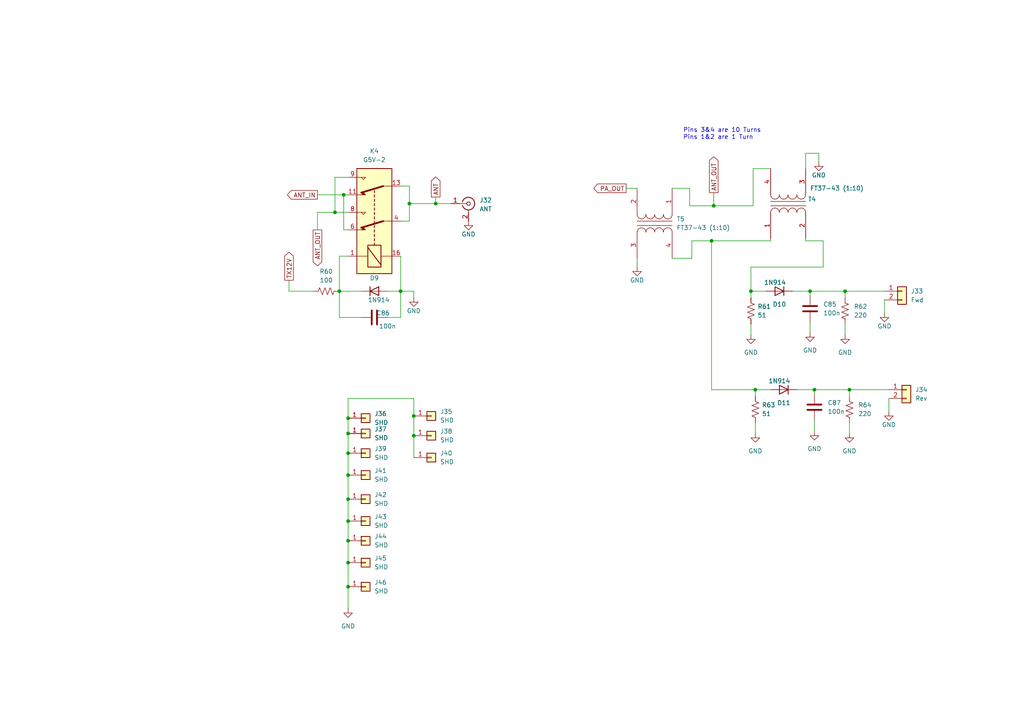
<source format=kicad_sch>
(kicad_sch (version 20211123) (generator eeschema)
  (paper "A4")
  (lib_symbols
    (symbol "Connector:Conn_Coaxial" (pin_names (offset 1.016) hide)
      (property "Reference" "J" (at 0.254 3.048 0))
      (property "Value" "Conn_Coaxial" (at 2.921 0 90))
      (symbol "Conn_Coaxial_0_1"
        (arc (start -1.778 -0.508) (mid 0.2311 -1.8066) (end 1.778 0) (stroke (width 0.254)))
        (polyline (pts (xy -2.54 0) (xy -0.508 0)))
        (polyline (pts (xy 0 -2.54) (xy 0 -1.778)))
        (circle (center 0 0) (radius 0.508) (stroke (width 0.2032)))
        (arc (start 1.778 0) (mid 0.2099 1.8101) (end -1.778 0.508) (stroke (width 0.254)))
      )
      (symbol "Conn_Coaxial_1_1"
        (pin passive line (at -5.08 0 0) (length 2.54) (name "In") (number "1"))
        (pin passive line (at 0 -5.08 90) (length 2.54) (name "Ext") (number "2"))
      )
    )
    (symbol "Connector_Generic:Conn_01x01" (pin_names (offset 1.016) hide)
      (property "Reference" "J" (at 0 2.54 0))
      (property "Value" "Conn_01x01" (at 0 -2.54 0))
      (symbol "Conn_01x01_1_1"
        (rectangle (start -1.27 0.127) (end 0 -0.127) (stroke (width 0.1524)))
        (rectangle (start -1.27 1.27) (end 1.27 -1.27) (stroke (width 0.254)) (fill (type background)))
        (pin passive line (at -5.08 0 0) (length 3.81) (name "Pin_1") (number "1"))
      )
    )
    (symbol "Connector_Generic:Conn_01x02" (pin_names (offset 1.016) hide)
      (property "Reference" "J" (at 0 2.54 0))
      (property "Value" "Conn_01x02" (at 0 -5.08 0))
      (symbol "Conn_01x02_1_1"
        (rectangle (start -1.27 -2.413) (end 0 -2.667) (stroke (width 0.1524)))
        (rectangle (start -1.27 0.127) (end 0 -0.127) (stroke (width 0.1524)))
        (rectangle (start -1.27 1.27) (end 1.27 -3.81) (stroke (width 0.254)) (fill (type background)))
        (pin passive line (at -5.08 0 0) (length 3.81) (name "Pin_1") (number "1"))
        (pin passive line (at -5.08 -2.54 0) (length 3.81) (name "Pin_2") (number "2"))
      )
    )
    (symbol "Device:C" (pin_numbers hide) (pin_names (offset 0.254))
      (property "Reference" "C" (at 0.635 2.54 0))
      (property "Value" "C" (at 0.635 -2.54 0))
      (symbol "C_0_1"
        (polyline (pts (xy -2.032 -0.762) (xy 2.032 -0.762)) (stroke (width 0.508)))
        (polyline (pts (xy -2.032 0.762) (xy 2.032 0.762)) (stroke (width 0.508)))
      )
      (symbol "C_1_1"
        (pin passive line (at 0 3.81 270) (length 2.794) (name "~") (number "1"))
        (pin passive line (at 0 -3.81 90) (length 2.794) (name "~") (number "2"))
      )
    )
    (symbol "Device:R_US" (pin_numbers hide) (pin_names (offset 0))
      (property "Reference" "R" (at 2.54 0 90))
      (property "Value" "R_US" (at -2.54 0 90))
      (symbol "R_US_0_1"
        (polyline (pts (xy 0 -2.286) (xy 0 -2.54)))
        (polyline (pts (xy 0 2.286) (xy 0 2.54)))
        (polyline (pts (xy 0 -0.762) (xy 1.016 -1.143) (xy 0 -1.524) (xy -1.016 -1.905) (xy 0 -2.286)))
        (polyline (pts (xy 0 0.762) (xy 1.016 0.381) (xy 0 0) (xy -1.016 -0.381) (xy 0 -0.762)))
        (polyline (pts (xy 0 2.286) (xy 1.016 1.905) (xy 0 1.524) (xy -1.016 1.143) (xy 0 0.762)))
      )
      (symbol "R_US_1_1"
        (pin passive line (at 0 3.81 270) (length 1.27) (name "~") (number "1"))
        (pin passive line (at 0 -3.81 90) (length 1.27) (name "~") (number "2"))
      )
    )
    (symbol "Device:Transformer_1P_1S" (pin_names (offset 1.016) hide)
      (property "Reference" "T" (at 0 6.35 0))
      (property "Value" "Transformer_1P_1S" (at 0 -7.62 0))
      (symbol "Transformer_1P_1S_0_1"
        (arc (start -2.54 -5.0546) (mid -1.6599 -4.6901) (end -1.27 -3.81))
        (arc (start -2.54 -2.5146) (mid -1.6599 -2.1501) (end -1.27 -1.27))
        (arc (start -2.54 0.0254) (mid -1.6599 0.3899) (end -1.27 1.27))
        (arc (start -2.54 2.5654) (mid -1.6599 2.9299) (end -1.27 3.81))
        (arc (start -1.27 -3.81) (mid -1.642 -2.912) (end -2.54 -2.54))
        (arc (start -1.27 -1.27) (mid -1.642 -0.372) (end -2.54 0))
        (arc (start -1.27 1.27) (mid -1.642 2.168) (end -2.54 2.54))
        (arc (start -1.27 3.81) (mid -1.642 4.708) (end -2.54 5.08))
        (polyline (pts (xy -0.635 5.08) (xy -0.635 -5.08)))
        (polyline (pts (xy 0.635 -5.08) (xy 0.635 5.08)))
        (arc (start 1.2954 -1.27) (mid 1.6599 -2.1501) (end 2.54 -2.5146))
        (arc (start 1.2954 1.27) (mid 1.6599 0.3899) (end 2.54 0.0254))
        (arc (start 1.2954 3.81) (mid 1.6599 2.9299) (end 2.54 2.5654))
        (arc (start 1.3208 -3.81) (mid 1.6853 -4.6901) (end 2.5654 -5.0546))
        (arc (start 2.54 0) (mid 1.642 -0.372) (end 1.2954 -1.27))
        (arc (start 2.54 2.54) (mid 1.642 2.168) (end 1.2954 1.27))
        (arc (start 2.54 5.08) (mid 1.642 4.708) (end 1.2954 3.81))
        (arc (start 2.5654 -2.54) (mid 1.6674 -2.912) (end 1.3208 -3.81))
      )
      (symbol "Transformer_1P_1S_1_1"
        (pin passive line (at -10.16 5.08 0) (length 7.62) (name "AA") (number "1"))
        (pin passive line (at -10.16 -5.08 0) (length 7.62) (name "AB") (number "2"))
        (pin passive line (at 10.16 -5.08 180) (length 7.62) (name "SA") (number "3"))
        (pin passive line (at 10.16 5.08 180) (length 7.62) (name "SB") (number "4"))
      )
    )
    (symbol "Diode:1N914" (pin_numbers hide) (pin_names (offset 1.016) hide)
      (property "Reference" "D" (at 0 2.54 0))
      (property "Value" "1N914" (at 0 -2.54 0))
      (symbol "1N914_0_1"
        (polyline (pts (xy -1.27 1.27) (xy -1.27 -1.27)) (stroke (width 0.254)))
        (polyline (pts (xy 1.27 0) (xy -1.27 0)))
        (polyline (pts (xy 1.27 1.27) (xy 1.27 -1.27) (xy -1.27 0) (xy 1.27 1.27)) (stroke (width 0.254)))
      )
      (symbol "1N914_1_1"
        (pin passive line (at -3.81 0 0) (length 2.54) (name "K") (number "1"))
        (pin passive line (at 3.81 0 180) (length 2.54) (name "A") (number "2"))
      )
    )
    (symbol "Relay:G5V-2"
      (property "Reference" "K" (at 16.51 3.81 0))
      (property "Value" "G5V-2" (at 16.51 1.27 0))
      (symbol "G5V-2_0_1"
        (rectangle (start -15.24 5.08) (end 15.24 -5.08) (stroke (width 0.254)) (fill (type background)))
        (rectangle (start -13.335 1.905) (end -6.985 -1.905) (stroke (width 0.254)))
        (polyline (pts (xy -12.7 -1.905) (xy -7.62 1.905)) (stroke (width 0.254)))
        (polyline (pts (xy -10.16 -5.08) (xy -10.16 -1.905)))
        (polyline (pts (xy -10.16 5.08) (xy -10.16 1.905)))
        (polyline (pts (xy -6.985 0) (xy -6.35 0)) (stroke (width 0.254)))
        (polyline (pts (xy -5.715 0) (xy -5.08 0)) (stroke (width 0.254)))
        (polyline (pts (xy -4.445 0) (xy -3.81 0)) (stroke (width 0.254)))
        (polyline (pts (xy -3.175 0) (xy -2.54 0)) (stroke (width 0.254)))
        (polyline (pts (xy -1.905 0) (xy -1.27 0)) (stroke (width 0.254)))
        (polyline (pts (xy -0.635 0) (xy 0 0)) (stroke (width 0.254)))
        (polyline (pts (xy 0 -2.54) (xy -1.905 3.81)) (stroke (width 0.508)))
        (polyline (pts (xy 0 -2.54) (xy 0 -5.08)))
        (polyline (pts (xy 0.635 0) (xy 1.27 0)) (stroke (width 0.254)))
        (polyline (pts (xy 1.905 0) (xy 2.54 0)) (stroke (width 0.254)))
        (polyline (pts (xy 3.175 0) (xy 3.81 0)) (stroke (width 0.254)))
        (polyline (pts (xy 4.445 0) (xy 5.08 0)) (stroke (width 0.254)))
        (polyline (pts (xy 5.715 0) (xy 6.35 0)) (stroke (width 0.254)))
        (polyline (pts (xy 6.985 0) (xy 7.62 0)) (stroke (width 0.254)))
        (polyline (pts (xy 8.255 0) (xy 8.89 0)) (stroke (width 0.254)))
        (polyline (pts (xy 10.16 -2.54) (xy 8.255 3.81)) (stroke (width 0.508)))
        (polyline (pts (xy 10.16 -2.54) (xy 10.16 -5.08)))
        (polyline (pts (xy -2.54 5.08) (xy -2.54 2.54) (xy -1.905 3.175) (xy -2.54 3.81)) (fill (type outline)))
        (polyline (pts (xy 2.54 5.08) (xy 2.54 2.54) (xy 1.905 3.175) (xy 2.54 3.81)))
        (polyline (pts (xy 7.62 5.08) (xy 7.62 2.54) (xy 8.255 3.175) (xy 7.62 3.81)) (fill (type outline)))
        (polyline (pts (xy 12.7 5.08) (xy 12.7 2.54) (xy 12.065 3.175) (xy 12.7 3.81)))
      )
      (symbol "G5V-2_1_1"
        (pin passive line (at -10.16 7.62 270) (length 2.54) (name "~") (number "1"))
        (pin passive line (at 7.62 7.62 270) (length 2.54) (name "~") (number "11"))
        (pin passive line (at 10.16 -7.62 90) (length 2.54) (name "~") (number "13"))
        (pin passive line (at -10.16 -7.62 90) (length 2.54) (name "~") (number "16"))
        (pin passive line (at 0 -7.62 90) (length 2.54) (name "~") (number "4"))
        (pin passive line (at -2.54 7.62 270) (length 2.54) (name "~") (number "6"))
        (pin passive line (at 2.54 7.62 270) (length 2.54) (name "~") (number "8"))
        (pin passive line (at 12.7 7.62 270) (length 2.54) (name "~") (number "9"))
      )
    )
    (symbol "power:GND" (power) (pin_names (offset 0))
      (property "Value" "GND" (at 0 -3.81 0))
      (symbol "GND_0_1"
        (polyline (pts (xy 0 0) (xy 0 -1.27) (xy 1.27 -1.27) (xy 0 -2.54) (xy -1.27 -1.27) (xy 0 -1.27)))
      )
      (symbol "GND_1_1"
        (pin power_in line (at 0 0 270) (length 0) hide (name "GND") (number "1"))
      )
    )
  )
  (junction (at 120.015 120.65))
  (junction (at 120.015 126.365))
  (junction (at 116.205 84.455))
  (junction (at 126.365 59.055))
  (junction (at 99.695 56.515))
  (junction (at 98.425 84.455))
  (junction (at 100.965 131.445))
  (junction (at 100.965 156.845))
  (junction (at 100.965 170.18))
  (junction (at 206.375 69.85))
  (junction (at 118.745 59.055))
  (junction (at 234.95 84.455))
  (junction (at 100.965 137.795))
  (junction (at 100.965 121.285))
  (junction (at 236.22 113.03))
  (junction (at 100.965 144.78))
  (junction (at 100.965 125.73))
  (junction (at 245.11 84.455))
  (junction (at 219.075 113.03))
  (junction (at 97.155 61.595))
  (junction (at 100.965 163.195))
  (junction (at 217.805 84.455))
  (junction (at 207.01 59.69))
  (junction (at 100.965 151.13))
  (junction (at 246.38 113.03))
  (wire (pts (xy 120.015 120.65) (xy 120.015 126.365)))
  (wire (pts (xy 100.965 156.845) (xy 100.965 163.195)))
  (wire (pts (xy 206.375 113.03) (xy 219.075 113.03)))
  (wire (pts (xy 92.075 56.515) (xy 99.695 56.515)))
  (wire (pts (xy 200.66 74.93) (xy 200.66 69.85)))
  (wire (pts (xy 99.695 56.515) (xy 100.965 56.515)))
  (wire (pts (xy 100.965 51.435) (xy 97.155 51.435)))
  (wire (pts (xy 100.965 163.195) (xy 100.965 170.18)))
  (wire (pts (xy 229.87 84.455) (xy 234.95 84.455)))
  (wire (pts (xy 245.11 97.155) (xy 245.11 93.98)))
  (wire (pts (xy 184.785 74.93) (xy 184.785 77.47)))
  (wire (pts (xy 234.95 84.455) (xy 234.95 85.725)))
  (wire (pts (xy 116.205 84.455) (xy 116.205 92.075)))
  (wire (pts (xy 126.365 59.055) (xy 118.745 59.055)))
  (wire (pts (xy 92.075 61.595) (xy 92.075 66.675)))
  (wire (pts (xy 246.38 125.73) (xy 246.38 122.555)))
  (wire (pts (xy 120.015 115.57) (xy 120.015 120.65)))
  (wire (pts (xy 194.945 74.93) (xy 200.66 74.93)))
  (wire (pts (xy 238.76 77.47) (xy 217.805 77.47)))
  (wire (pts (xy 100.965 121.285) (xy 100.965 125.73)))
  (wire (pts (xy 97.155 61.595) (xy 92.075 61.595)))
  (wire (pts (xy 257.81 115.57) (xy 257.81 119.38)))
  (wire (pts (xy 126.365 57.15) (xy 126.365 59.055)))
  (wire (pts (xy 100.965 144.78) (xy 100.965 151.13)))
  (wire (pts (xy 207.01 55.88) (xy 207.01 59.69)))
  (wire (pts (xy 207.01 59.69) (xy 218.44 59.69)))
  (wire (pts (xy 219.075 113.03) (xy 223.52 113.03)))
  (wire (pts (xy 99.695 56.515) (xy 99.695 66.675)))
  (wire (pts (xy 218.44 48.895) (xy 218.44 59.69)))
  (wire (pts (xy 100.965 125.73) (xy 100.965 131.445)))
  (wire (pts (xy 99.695 66.675) (xy 100.965 66.675)))
  (wire (pts (xy 112.395 84.455) (xy 116.205 84.455)))
  (wire (pts (xy 217.805 84.455) (xy 222.25 84.455)))
  (wire (pts (xy 100.965 137.795) (xy 100.965 144.78)))
  (wire (pts (xy 116.205 84.455) (xy 120.015 84.455)))
  (wire (pts (xy 233.68 69.215) (xy 233.68 69.85)))
  (wire (pts (xy 236.22 113.03) (xy 246.38 113.03)))
  (wire (pts (xy 100.965 176.53) (xy 100.965 170.18)))
  (wire (pts (xy 100.965 61.595) (xy 97.155 61.595)))
  (wire (pts (xy 238.76 69.85) (xy 238.76 77.47)))
  (wire (pts (xy 83.82 84.455) (xy 90.805 84.455)))
  (wire (pts (xy 246.38 113.03) (xy 246.38 114.935)))
  (wire (pts (xy 194.945 54.61) (xy 200.025 54.61)))
  (wire (pts (xy 100.965 131.445) (xy 100.965 137.795)))
  (wire (pts (xy 200.025 59.69) (xy 207.01 59.69)))
  (wire (pts (xy 97.155 51.435) (xy 97.155 61.595)))
  (wire (pts (xy 206.375 113.03) (xy 206.375 69.85)))
  (wire (pts (xy 98.425 84.455) (xy 104.775 84.455)))
  (wire (pts (xy 245.11 84.455) (xy 256.54 84.455)))
  (wire (pts (xy 217.805 97.155) (xy 217.805 93.98)))
  (wire (pts (xy 98.425 92.075) (xy 104.775 92.075)))
  (wire (pts (xy 234.95 84.455) (xy 245.11 84.455)))
  (wire (pts (xy 116.205 53.975) (xy 118.745 53.975)))
  (wire (pts (xy 231.14 113.03) (xy 236.22 113.03)))
  (wire (pts (xy 120.015 115.57) (xy 100.965 115.57)))
  (wire (pts (xy 116.205 74.295) (xy 116.205 84.455)))
  (wire (pts (xy 120.015 84.455) (xy 120.015 86.36)))
  (wire (pts (xy 219.075 113.03) (xy 219.075 114.935)))
  (wire (pts (xy 83.82 81.28) (xy 83.82 84.455)))
  (wire (pts (xy 246.38 113.03) (xy 257.81 113.03)))
  (wire (pts (xy 200.025 54.61) (xy 200.025 59.69)))
  (wire (pts (xy 98.425 84.455) (xy 98.425 92.075)))
  (wire (pts (xy 233.68 44.45) (xy 233.68 48.895)))
  (wire (pts (xy 217.805 84.455) (xy 217.805 86.36)))
  (wire (pts (xy 118.745 53.975) (xy 118.745 59.055)))
  (wire (pts (xy 118.745 59.055) (xy 118.745 64.135)))
  (wire (pts (xy 223.52 69.85) (xy 223.52 69.215)))
  (wire (pts (xy 100.965 74.295) (xy 98.425 74.295)))
  (wire (pts (xy 130.81 59.055) (xy 126.365 59.055)))
  (wire (pts (xy 237.49 44.45) (xy 237.49 46.99)))
  (wire (pts (xy 206.375 69.85) (xy 223.52 69.85)))
  (wire (pts (xy 233.68 44.45) (xy 237.49 44.45)))
  (wire (pts (xy 100.965 151.13) (xy 100.965 156.845)))
  (wire (pts (xy 100.965 115.57) (xy 100.965 121.285)))
  (wire (pts (xy 219.075 125.73) (xy 219.075 122.555)))
  (wire (pts (xy 120.015 126.365) (xy 120.015 132.715)))
  (wire (pts (xy 233.68 69.85) (xy 238.76 69.85)))
  (wire (pts (xy 236.22 113.03) (xy 236.22 114.3)))
  (wire (pts (xy 256.54 86.995) (xy 256.54 90.805)))
  (wire (pts (xy 116.205 64.135) (xy 118.745 64.135)))
  (wire (pts (xy 200.66 69.85) (xy 206.375 69.85)))
  (wire (pts (xy 217.805 77.47) (xy 217.805 84.455)))
  (wire (pts (xy 181.61 54.61) (xy 184.785 54.61)))
  (wire (pts (xy 234.95 93.345) (xy 234.95 96.52)))
  (wire (pts (xy 236.22 121.92) (xy 236.22 125.095)))
  (wire (pts (xy 98.425 74.295) (xy 98.425 84.455)))
  (wire (pts (xy 245.11 84.455) (xy 245.11 86.36)))
  (wire (pts (xy 112.395 92.075) (xy 116.205 92.075)))
  (wire (pts (xy 223.52 48.895) (xy 218.44 48.895)))
  (text "Pins 3&4 are 10 Turns\nPins 1&2 are 1 Turn" (at 198.12 40.64 0) (effects (font (size 1.27 1.27)) (justify left bottom)))
  (global_label "PA_OUT" (shape output) (at 181.61 54.61 180) (property "Intersheet References" "${INTERSHEET_REFS}" (effects hide)))
  (global_label "ANT_IN" (shape output) (at 92.075 56.515 180) (property "Intersheet References" "${INTERSHEET_REFS}" (effects hide)))
  (global_label "ANT" (shape output) (at 126.365 57.15 90) (property "Intersheet References" "${INTERSHEET_REFS}" (effects hide)))
  (global_label "ANT_OUT" (shape output) (at 207.01 55.88 90) (property "Intersheet References" "${INTERSHEET_REFS}" (effects hide)))
  (global_label "ANT_OUT" (shape output) (at 92.075 66.675 270) (property "Intersheet References" "${INTERSHEET_REFS}" (effects hide)))
  (global_label "TX12V" (shape output) (at 83.82 81.28 90) (property "Intersheet References" "${INTERSHEET_REFS}" (effects hide)))
  (symbol (lib_id "Connector_Generic:Conn_01x01") (at 106.045 144.78 0) (unit 1)
    (property "Reference" "J42" (at 108.585 143.5099 0) (effects (justify left)))
    (property "Value" "SHD" (at 108.585 146.0499 0) (effects (justify left)))
    (property "Footprint" "TestPoint:TestPoint_Pad_2.0x2.0mm" (effects hide))
  )
  (symbol (lib_id "Connector_Generic:Conn_01x01") (at 106.045 131.445 0) (unit 1)
    (property "Reference" "J39" (at 108.585 130.1749 0) (effects (justify left)))
    (property "Value" "SHD" (at 108.585 132.7149 0) (effects (justify left)))
    (property "Footprint" "TestPoint:TestPoint_Pad_2.0x2.0mm" (effects hide))
  )
  (symbol (lib_id "Device:R_US") (at 246.38 118.745 180) (unit 1)
    (property "Reference" "R64" (at 248.92 117.4749 0) (effects (justify right)))
    (property "Value" "220" (at 248.92 120.0149 0) (effects (justify right)))
    (property "Footprint" "Resistor_SMD:R_1206_3216Metric" (effects hide))
  )
  (symbol (lib_id "Connector_Generic:Conn_01x01") (at 106.045 137.795 0) (unit 1)
    (property "Reference" "J41" (at 108.585 136.5249 0) (effects (justify left)))
    (property "Value" "SHD" (at 108.585 139.0649 0) (effects (justify left)))
    (property "Footprint" "TestPoint:TestPoint_Pad_2.0x2.0mm" (effects hide))
  )
  (symbol (lib_id "Connector_Generic:Conn_01x01") (at 106.045 125.73 0) (unit 1)
    (property "Reference" "J37" (at 108.585 124.4599 0) (effects (justify left)))
    (property "Value" "SHD" (at 108.585 126.9999 0) (effects (justify left)))
    (property "Footprint" "TestPoint:TestPoint_Pad_2.0x2.0mm" (effects hide))
  )
  (symbol (lib_id "Device:C") (at 236.22 118.11 0) (unit 1)
    (property "Reference" "C87" (at 240.03 116.8399 0) (effects (justify left)))
    (property "Value" "100n" (at 240.03 119.3799 0) (effects (justify left)))
    (property "Footprint" "Capacitor_SMD:C_1206_3216Metric" (effects hide))
  )
  (symbol (lib_id "Diode:1N914") (at 108.585 84.455 0) (unit 1)
    (property "Reference" "D9" (at 108.585 80.645 0))
    (property "Value" "1N914" (at 109.855 86.995 0))
    (property "Footprint" "Diode_THT:D_DO-35_SOD27_P7.62mm_Horizontal" (effects hide))
    (property "Datasheet" "http://www.vishay.com/docs/85622/1n914.pdf" (effects hide))
  )
  (symbol (lib_id "power:GND") (at 135.89 64.135 0) (unit 1)
    (property "Reference" "#PWR073" (effects hide))
    (property "Value" "GND" (at 135.89 67.945 0))
  )
  (symbol (lib_id "Device:R_US") (at 94.615 84.455 270) (unit 1)
    (property "Reference" "R60" (at 94.615 78.74 90))
    (property "Value" "100" (at 94.615 81.28 90))
    (property "Footprint" "Resistor_SMD:R_1206_3216Metric" (effects hide))
  )
  (symbol (lib_id "power:GND") (at 184.785 77.47 0) (unit 1)
    (property "Reference" "#PWR074" (effects hide))
    (property "Value" "GND" (at 184.785 81.28 0))
  )
  (symbol (lib_id "power:GND") (at 217.805 97.155 0) (unit 1)
    (property "Reference" "#PWR078" (effects hide))
    (property "Value" "GND" (at 217.805 102.235 0))
  )
  (symbol (lib_id "power:GND") (at 120.015 86.36 0) (unit 1)
    (property "Reference" "#PWR075" (effects hide))
    (property "Value" "GND" (at 120.015 90.17 0))
  )
  (symbol (lib_id "Connector_Generic:Conn_01x01") (at 106.045 163.195 0) (unit 1)
    (property "Reference" "J45" (at 108.585 161.9249 0) (effects (justify left)))
    (property "Value" "SHD" (at 108.585 164.4649 0) (effects (justify left)))
    (property "Footprint" "TestPoint:TestPoint_Pad_2.0x2.0mm" (effects hide))
  )
  (symbol (lib_id "Device:R_US") (at 219.075 118.745 180) (unit 1)
    (property "Reference" "R63" (at 220.98 117.4749 0) (effects (justify right)))
    (property "Value" "51" (at 220.98 120.0149 0) (effects (justify right)))
    (property "Footprint" "Resistor_SMD:R_1206_3216Metric" (effects hide))
  )
  (symbol (lib_id "Connector_Generic:Conn_01x01") (at 106.045 151.13 0) (unit 1)
    (property "Reference" "J43" (at 108.585 149.8599 0) (effects (justify left)))
    (property "Value" "SHD" (at 108.585 152.3999 0) (effects (justify left)))
    (property "Footprint" "TestPoint:TestPoint_Pad_2.0x2.0mm" (effects hide))
  )
  (symbol (lib_id "power:GND") (at 236.22 125.095 0) (unit 1)
    (property "Reference" "#PWR081" (effects hide))
    (property "Value" "GND" (at 236.22 130.175 0))
  )
  (symbol (lib_id "power:GND") (at 237.49 46.99 0) (unit 1)
    (property "Reference" "#PWR072" (effects hide))
    (property "Value" "GND" (at 237.49 50.8 0))
  )
  (symbol (lib_id "Diode:1N914") (at 227.33 113.03 180) (unit 1)
    (property "Reference" "D11" (at 227.33 116.84 0))
    (property "Value" "1N914" (at 226.06 110.49 0))
    (property "Footprint" "Diode_THT:D_DO-35_SOD27_P7.62mm_Horizontal" (effects hide))
    (property "Datasheet" "http://www.vishay.com/docs/85622/1n914.pdf" (effects hide))
  )
  (symbol (lib_id "Connector_Generic:Conn_01x01") (at 125.095 120.65 0) (unit 1)
    (property "Reference" "J35" (at 127.635 119.3799 0) (effects (justify left)))
    (property "Value" "SHD" (at 127.635 121.9199 0) (effects (justify left)))
    (property "Footprint" "TestPoint:TestPoint_Pad_2.0x2.0mm" (effects hide))
  )
  (symbol (lib_id "Connector_Generic:Conn_01x01") (at 106.045 170.18 0) (unit 1)
    (property "Reference" "J46" (at 108.585 168.9099 0) (effects (justify left)))
    (property "Value" "SHD" (at 108.585 171.4499 0) (effects (justify left)))
    (property "Footprint" "TestPoint:TestPoint_Pad_2.0x2.0mm" (effects hide))
  )
  (symbol (lib_id "power:GND") (at 234.95 96.52 0) (unit 1)
    (property "Reference" "#PWR077" (effects hide))
    (property "Value" "GND" (at 234.95 101.6 0))
  )
  (symbol (lib_id "power:GND") (at 219.075 125.73 0) (unit 1)
    (property "Reference" "#PWR082" (effects hide))
    (property "Value" "GND" (at 219.075 130.81 0))
  )
  (symbol (lib_id "Device:R_US") (at 245.11 90.17 180) (unit 1)
    (property "Reference" "R62" (at 247.65 88.8999 0) (effects (justify right)))
    (property "Value" "220" (at 247.65 91.4399 0) (effects (justify right)))
    (property "Footprint" "Resistor_SMD:R_1206_3216Metric" (effects hide))
  )
  (symbol (lib_id "power:GND") (at 246.38 125.73 0) (unit 1)
    (property "Reference" "#PWR083" (effects hide))
    (property "Value" "GND" (at 246.38 130.81 0))
  )
  (symbol (lib_id "Connector_Generic:Conn_01x01") (at 106.045 156.845 0) (unit 1)
    (property "Reference" "J44" (at 108.585 155.5749 0) (effects (justify left)))
    (property "Value" "SHD" (at 108.585 158.1149 0) (effects (justify left)))
    (property "Footprint" "TestPoint:TestPoint_Pad_2.0x2.0mm" (effects hide))
  )
  (symbol (lib_id "Device:Transformer_1P_1S") (at 228.6 59.055 90) (unit 1)
    (property "Reference" "T4" (at 234.315 57.7722 90) (effects (justify right)))
    (property "Value" "FT37-43 (1:10)" (at 234.95 54.61 90) (effects (justify right)))
    (property "Footprint" "Transformer_THT:Transformer_Toroid_Horizontal_D14.0mm_Amidon-T50" (effects hide))
  )
  (symbol (lib_id "Connector_Generic:Conn_01x01") (at 125.095 132.715 0) (unit 1)
    (property "Reference" "J40" (at 127.635 131.4449 0) (effects (justify left)))
    (property "Value" "SHD" (at 127.635 133.9849 0) (effects (justify left)))
    (property "Footprint" "TestPoint:TestPoint_Pad_2.0x2.0mm" (effects hide))
  )
  (symbol (lib_id "Connector_Generic:Conn_01x01") (at 106.045 121.285 0) (unit 1)
    (property "Reference" "J36" (at 108.585 120.0149 0) (effects (justify left)))
    (property "Value" "SHD" (at 108.585 122.5549 0) (effects (justify left)))
    (property "Footprint" "TestPoint:TestPoint_Pad_2.0x2.0mm" (effects hide))
  )
  (symbol (lib_id "Device:Transformer_1P_1S") (at 189.865 64.77 270) (unit 1)
    (property "Reference" "T5" (at 196.215 63.5126 90) (effects (justify left)))
    (property "Value" "FT37-43 (1:10)" (at 196.215 66.0526 90) (effects (justify left)))
    (property "Footprint" "Transformer_THT:Transformer_Toroid_Horizontal_D14.0mm_Amidon-T50" (effects hide))
  )
  (symbol (lib_id "power:GND") (at 257.81 119.38 0) (unit 1)
    (property "Reference" "#PWR080" (effects hide))
    (property "Value" "GND" (at 257.81 123.19 0))
  )
  (symbol (lib_id "Device:C") (at 234.95 89.535 0) (unit 1)
    (property "Reference" "C85" (at 238.76 88.2649 0) (effects (justify left)))
    (property "Value" "100n" (at 238.76 90.8049 0) (effects (justify left)))
    (property "Footprint" "Capacitor_SMD:C_1206_3216Metric" (effects hide))
  )
  (symbol (lib_id "power:GND") (at 256.54 90.805 0) (unit 1)
    (property "Reference" "#PWR076" (effects hide))
    (property "Value" "GND" (at 256.54 94.615 0))
  )
  (symbol (lib_id "Device:C") (at 108.585 92.075 90) (unit 1)
    (property "Reference" "C86" (at 111.125 90.805 90))
    (property "Value" "100n" (at 112.395 94.615 90))
    (property "Footprint" "Capacitor_SMD:C_1206_3216Metric" (effects hide))
  )
  (symbol (lib_id "Connector_Generic:Conn_01x02") (at 261.62 84.455 0) (unit 1)
    (property "Reference" "J33" (at 264.16 84.4549 0) (effects (justify left)))
    (property "Value" "Fwd" (at 264.16 86.9949 0) (effects (justify left)))
    (property "Footprint" "Connector_PinHeader_2.54mm:PinHeader_1x02_P2.54mm_Vertical" (effects hide))
  )
  (symbol (lib_id "Connector:Conn_Coaxial") (at 135.89 59.055 0) (unit 1)
    (property "Reference" "J32" (at 139.065 58.0781 0) (effects (justify left)))
    (property "Value" "ANT" (at 139.065 60.6181 0) (effects (justify left)))
    (property "Footprint" "Connector_Coaxial:SMA_Amphenol_901-144_Vertical" (effects hide))
    (property "Datasheet" " ~" (effects hide))
  )
  (symbol (lib_id "Connector_Generic:Conn_01x02") (at 262.89 113.03 0) (unit 1)
    (property "Reference" "J34" (at 265.43 113.0299 0) (effects (justify left)))
    (property "Value" "Rev" (at 265.43 115.5699 0) (effects (justify left)))
    (property "Footprint" "Connector_PinHeader_2.54mm:PinHeader_1x02_P2.54mm_Vertical" (effects hide))
  )
  (symbol (lib_id "Device:R_US") (at 217.805 90.17 180) (unit 1)
    (property "Reference" "R61" (at 219.71 88.8999 0) (effects (justify right)))
    (property "Value" "51" (at 219.71 91.4399 0) (effects (justify right)))
    (property "Footprint" "Resistor_SMD:R_1206_3216Metric" (effects hide))
  )
  (symbol (lib_id "power:GND") (at 100.965 176.53 0) (unit 1)
    (property "Reference" "#PWR084" (effects hide))
    (property "Value" "GND" (at 100.965 181.61 0))
  )
  (symbol (lib_id "Diode:1N914") (at 226.06 84.455 180) (unit 1)
    (property "Reference" "D10" (at 226.06 88.265 0))
    (property "Value" "1N914" (at 224.79 81.915 0))
    (property "Footprint" "Diode_THT:D_DO-35_SOD27_P7.62mm_Horizontal" (effects hide))
    (property "Datasheet" "http://www.vishay.com/docs/85622/1n914.pdf" (effects hide))
  )
  (symbol (lib_id "Relay:G5V-2") (at 108.585 64.135 90) (unit 1)
    (property "Reference" "K4" (at 108.585 43.815 90))
    (property "Value" "G5V-2" (at 108.585 46.355 90))
    (property "Footprint" "Relay_THT:Relay_DPDT_Omron_G5V-2" (effects hide))
    (property "Datasheet" "http://omronfs.omron.com/en_US/ecb/products/pdf/en-g5v_2.pdf" (effects hide))
  )
  (symbol (lib_id "Connector_Generic:Conn_01x01") (at 125.095 126.365 0) (unit 1)
    (property "Reference" "J38" (at 127.635 125.0949 0) (effects (justify left)))
    (property "Value" "SHD" (at 127.635 127.6349 0) (effects (justify left)))
    (property "Footprint" "TestPoint:TestPoint_Pad_2.0x2.0mm" (effects hide))
  )
  (symbol (lib_id "power:GND") (at 245.11 97.155 0) (unit 1)
    (property "Reference" "#PWR079" (effects hide))
    (property "Value" "GND" (at 245.11 102.235 0))
  )
)
</source>
